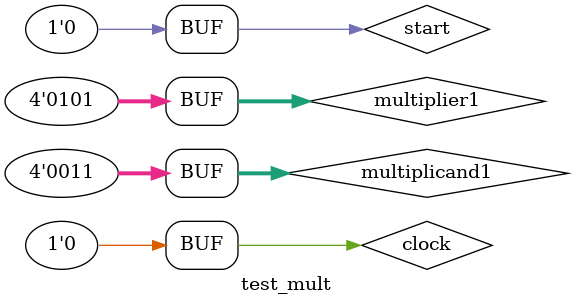
<source format=v>
`timescale 1ns / 1ps


module test_mult;

	// Inputs
	reg clock;
	reg start;
	reg [3:0] multiplicand1;
	reg [3:0] multiplier1;

	// Outputs
	wire [7:0] product;
	wire busy;

	// Instantiate the Unit Under Test (UUT)
	module_multiplier uut (
		.clock(clock), 
		.start(start), 
		.multiplicand1(multiplicand1), 
		.multiplier1(multiplier1), 
		.product(product), 
		.busy(busy)
	);

	initial begin
		// Initialize Inputs
		clock = 0;
		start = 0;
		multiplicand1 = 3;
		multiplier1 = 5;

		// Wait 100 ns for global reset to finish
		#100;
        
		// Add stimulus here

	end
      
endmodule


</source>
